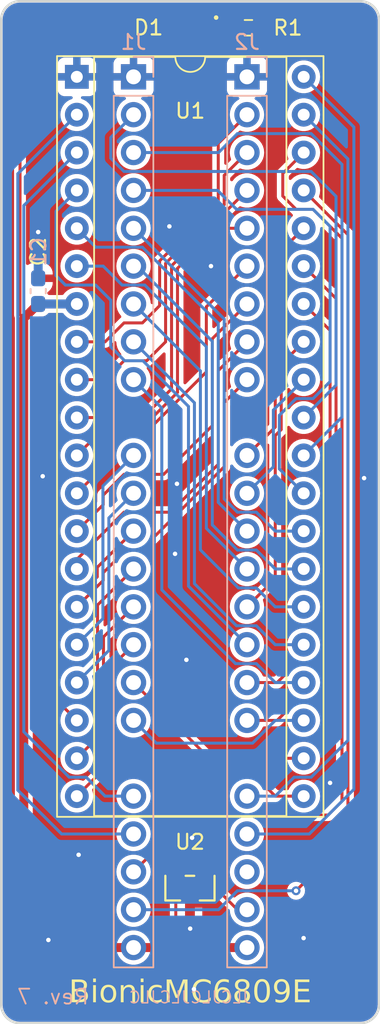
<source format=kicad_pcb>
(kicad_pcb (version 20240108) (generator "pcbnew") (generator_version "8.0")
  (title_block (title "BionicMC6809E") (date "2025-03-02") (rev "7") (company "Tadashi G. Takaoka"))
  (layers (0 "F.Cu" signal) (31 "B.Cu" signal) (34 "B.Paste" user) (35 "F.Paste" user) (36 "B.SilkS" user "B.Silkscreen") (37 "F.SilkS" user "F.Silkscreen") (38 "B.Mask" user) (39 "F.Mask" user) (44 "Edge.Cuts" user))
  (net 0 "")
  (net 1 "VCC")
  (net 2 "GND")
  (net 3 "/P53")
  (net 4 "/P26")
  (net 5 "Net-(D1-K)")
  (net 6 "/P27")
  (net 7 "/P47")
  (net 8 "/P46")
  (net 9 "/P25")
  (net 10 "/P24")
  (net 11 "/P23")
  (net 12 "/P22")
  (net 13 "/P21")
  (net 14 "/P20")
  (net 15 "/P34")
  (net 16 "/P35")
  (net 17 "/P17")
  (net 18 "/P36")
  (net 19 "/P16")
  (net 20 "/P15")
  (net 21 "/P40")
  (net 22 "/P14")
  (net 23 "/P41")
  (net 24 "/P13")
  (net 25 "/P42")
  (net 26 "/P12")
  (net 27 "/P11")
  (net 28 "/P44")
  (net 29 "/P10")
  (net 30 "/P45")
  (net 31 "/P33")
  (net 32 "/P32")
  (net 33 "/P31")
  (net 34 "/P30")
  (net 35 "/P51")
  (net 36 "/P55")
  (net 37 "/P43")
  (net 38 "/P37")
  (net 39 "/P52")
  (net 40 "/P54")
  (net 41 "/P50")
  (net 42 "Net-(J2-P57)")
  (footprint "Capacitor_SMD:C_0603_1608Metric_Pad1.08x0.95mm_HandSolder" (layer "F.Cu") (at 107.144801 84.6435 90)
    (property "Reference" "C2" (at 2.6405 0 90) (layer "F.SilkS"))
    (property "Value" "22u")
    (fp_line (start -0.146267 -0.51) (end 0.146267 -0.51) (stroke (width 0.12)) (layer "F.SilkS"))
    (fp_line (start -0.146267 0.51) (end 0.146267 0.51) (stroke (width 0.12)) (layer "F.SilkS"))
    (pad "1" smd roundrect (at -0.8625 0 90) (size 1.075 0.95) (layers "F.Cu" "F.Paste" "F.Mask") (net 1 "VCC"))
    (pad "2" smd roundrect (at 0.8625 0 90) (size 1.075 0.95) (layers "F.Cu" "F.Paste" "F.Mask") (net 2 "GND"))
  )
  (footprint "microchip:SOT-23_MC_MCH-M" (layer "F.Cu") (at 117.340402 124.699 180)
    (property "Reference" "U2" (at 0 3.098 0) (layer "F.SilkS"))
    (property "Value" "11AA010-I/TT")
    (fp_line (start 1.652 0.827) (end 1.652 -0.827) (stroke (width 0.1524)) (layer "F.SilkS"))
    (fp_line (start 1.652 -0.827) (end 0.66294 -0.827) (stroke (width 0.1524)) (layer "F.SilkS"))
    (fp_line (start -0.287061 0.827) (end 0.287061 0.827) (stroke (width 0.1524)) (layer "F.SilkS"))
    (fp_line (start -0.66294 -0.827) (end -1.652 -0.827) (stroke (width 0.1524)) (layer "F.SilkS"))
    (fp_line (start -1.652 -0.827) (end -1.652 0.827) (stroke (width 0.1524)) (layer "F.SilkS"))
    (pad "1" smd rect (at -0.950001 1.066 180) (size 0.6604 1.6256) (layers "F.Cu" "F.Paste" "F.Mask") (net 42 "Net-(J2-P57)"))
    (pad "2" smd rect (at 0.950001 1.066 180) (size 0.6604 1.6256) (layers "F.Cu" "F.Paste" "F.Mask") (net 1 "VCC"))
    (pad "3" smd rect (at 0 -1.066 180) (size 0.6604 1.6256) (layers "F.Cu" "F.Paste" "F.Mask") (net 2 "GND"))
  )
  (footprint "rhom:LED_CSL1901UW1_ROM-M" (layer "F.Cu") (at 117.4485 66.976 180)
    (property "Reference" "D1" (at 2.886899 0.012 0) (layer "F.SilkS"))
    (property "Value" "CSL1901UW1")
    (fp_circle (center -1.651 0.6858) (end -1.5748 0.6858) (stroke (width 0.1524)) (fill none) (layer "F.SilkS"))
    (pad "1" smd rect (at -0.8763 0 180) (size 0.9652 0.762) (layers "F.Cu" "F.Paste" "F.Mask") (net 5 "Net-(D1-K)"))
    (pad "2" smd rect (at 0.8763 0 180) (size 0.9652 0.762) (layers "F.Cu" "F.Paste" "F.Mask") (net 1 "VCC"))
    (zone (net 0) (net_name "") (layer "F.Cu") (connect_pads (clearance 0)) (min_thickness 0.254)
      (keepout (tracks not_allowed) (vias not_allowed) (pads allowed) (copperpour not_allowed) (footprints allowed))
      (fill (thermal_gap 0.508) (thermal_bridge_width 0.508))
      (polygon (pts (xy 117.7914 67.3316) (xy 117.1056 67.3316) (xy 117.1056 66.6204) (xy 117.7914 66.6204)))
    )
  )
  (footprint "Resistor_SMD:R_0603_1608Metric_Pad0.98x0.95mm_HandSolder" (layer "F.Cu") (at 121.2712 66.976)
    (property "Reference" "R1" (at 2.6435 0 0) (layer "F.SilkS"))
    (property "Value" "1.6k")
    (fp_line (start -0.254724 -0.5225) (end 0.254724 -0.5225) (stroke (width 0.12)) (layer "F.SilkS"))
    (fp_line (start -0.254724 0.5225) (end 0.254724 0.5225) (stroke (width 0.12)) (layer "F.SilkS"))
    (pad "1" smd roundrect (at -0.9125 0) (size 0.975 0.95) (layers "F.Cu" "F.Paste" "F.Mask") (net 5 "Net-(D1-K)"))
    (pad "2" smd roundrect (at 0.9125 0) (size 0.975 0.95) (layers "F.Cu" "F.Paste" "F.Mask") (net 2 "GND"))
  )
  (footprint "bionic:DIP-40_W15.24mm_Socket" (layer "F.Cu") (at 109.7416 70.266)
    (property "Reference" "U1" (at 7.614001 2.286 0) (layer "F.SilkS"))
    (property "Value" "MC6809EP")
    (fp_line (start -1.33 -1.39) (end -1.33 49.65) (stroke (width 0.12)) (layer "F.SilkS"))
    (fp_line (start -1.33 49.65) (end 16.57 49.65) (stroke (width 0.12)) (layer "F.SilkS"))
    (fp_line (start 1.16 -1.33) (end 1.16 49.59) (stroke (width 0.12)) (layer "F.SilkS"))
    (fp_line (start 1.16 49.59) (end 14.08 49.59) (stroke (width 0.12)) (layer "F.SilkS"))
    (fp_line (start 6.62 -1.33) (end 1.16 -1.33) (stroke (width 0.12)) (layer "F.SilkS"))
    (fp_line (start 14.08 -1.33) (end 8.62 -1.33) (stroke (width 0.12)) (layer "F.SilkS"))
    (fp_line (start 14.08 49.59) (end 14.08 -1.33) (stroke (width 0.12)) (layer "F.SilkS"))
    (fp_line (start 16.57 -1.39) (end -1.33 -1.39) (stroke (width 0.12)) (layer "F.SilkS"))
    (fp_line (start 16.57 49.65) (end 16.57 -1.39) (stroke (width 0.12)) (layer "F.SilkS"))
    (fp_arc (start 8.62 -1.33) (mid 7.62 -0.33) (end 6.62 -1.33) (stroke (width 0.12)) (layer "F.SilkS"))
    (pad "1" thru_hole rect (at 0 0) (size 1.6 1.6) (drill 0.8) (layers "*.Cu" "*.Mask") (net 2 "GND"))
    (pad "2" thru_hole oval (at 0 2.54) (size 1.6 1.6) (drill 0.8) (layers "*.Cu" "*.Mask") (net 35 "/P51"))
    (pad "3" thru_hole oval (at 0 5.08) (size 1.6 1.6) (drill 0.8) (layers "*.Cu" "*.Mask") (net 41 "/P50"))
    (pad "4" thru_hole oval (at 0 7.62) (size 1.6 1.6) (drill 0.8) (layers "*.Cu" "*.Mask") (net 30 "/P45"))
    (pad "5" thru_hole oval (at 0 10.16) (size 1.6 1.6) (drill 0.8) (layers "*.Cu" "*.Mask") (net 25 "/P42"))
    (pad "6" thru_hole oval (at 0 12.7) (size 1.6 1.6) (drill 0.8) (layers "*.Cu" "*.Mask") (net 37 "/P43"))
    (pad "7" thru_hole oval (at 0 15.24) (size 1.6 1.6) (drill 0.8) (layers "*.Cu" "*.Mask") (net 1 "VCC"))
    (pad "8" thru_hole oval (at 0 17.78) (size 1.6 1.6) (drill 0.8) (layers "*.Cu" "*.Mask") (net 14 "/P20"))
    (pad "9" thru_hole oval (at 0 20.32) (size 1.6 1.6) (drill 0.8) (layers "*.Cu" "*.Mask") (net 13 "/P21"))
    (pad "10" thru_hole oval (at 0 22.86) (size 1.6 1.6) (drill 0.8) (layers "*.Cu" "*.Mask") (net 12 "/P22"))
    (pad "11" thru_hole oval (at 0 25.4) (size 1.6 1.6) (drill 0.8) (layers "*.Cu" "*.Mask") (net 11 "/P23"))
    (pad "12" thru_hole oval (at 0 27.94) (size 1.6 1.6) (drill 0.8) (layers "*.Cu" "*.Mask") (net 10 "/P24"))
    (pad "13" thru_hole oval (at 0 30.48) (size 1.6 1.6) (drill 0.8) (layers "*.Cu" "*.Mask") (net 9 "/P25"))
    (pad "14" thru_hole oval (at 0 33.02) (size 1.6 1.6) (drill 0.8) (layers "*.Cu" "*.Mask") (net 4 "/P26"))
    (pad "15" thru_hole oval (at 0 35.56) (size 1.6 1.6) (drill 0.8) (layers "*.Cu" "*.Mask") (net 6 "/P27"))
    (pad "16" thru_hole oval (at 0 38.1) (size 1.6 1.6) (drill 0.8) (layers "*.Cu" "*.Mask") (net 34 "/P30"))
    (pad "17" thru_hole oval (at 0 40.64) (size 1.6 1.6) (drill 0.8) (layers "*.Cu" "*.Mask") (net 33 "/P31"))
    (pad "18" thru_hole oval (at 0 43.18) (size 1.6 1.6) (drill 0.8) (layers "*.Cu" "*.Mask") (net 32 "/P32"))
    (pad "19" thru_hole oval (at 0 45.72) (size 1.6 1.6) (drill 0.8) (layers "*.Cu" "*.Mask") (net 31 "/P33"))
    (pad "20" thru_hole oval (at 0 48.26) (size 1.6 1.6) (drill 0.8) (layers "*.Cu" "*.Mask") (net 15 "/P34"))
    (pad "21" thru_hole oval (at 15.24 48.26) (size 1.6 1.6) (drill 0.8) (layers "*.Cu" "*.Mask") (net 16 "/P35"))
    (pad "22" thru_hole oval (at 15.24 45.72) (size 1.6 1.6) (drill 0.8) (layers "*.Cu" "*.Mask") (net 18 "/P36"))
    (pad "23" thru_hole oval (at 15.24 43.18) (size 1.6 1.6) (drill 0.8) (layers "*.Cu" "*.Mask") (net 38 "/P37"))
    (pad "24" thru_hole oval (at 15.24 40.64) (size 1.6 1.6) (drill 0.8) (layers "*.Cu" "*.Mask") (net 17 "/P17"))
    (pad "25" thru_hole oval (at 15.24 38.1) (size 1.6 1.6) (drill 0.8) (layers "*.Cu" "*.Mask") (net 19 "/P16"))
    (pad "26" thru_hole oval (at 15.24 35.56) (size 1.6 1.6) (drill 0.8) (layers "*.Cu" "*.Mask") (net 20 "/P15"))
    (pad "27" thru_hole oval (at 15.24 33.02) (size 1.6 1.6) (drill 0.8) (layers "*.Cu" "*.Mask") (net 22 "/P14"))
    (pad "28" thru_hole oval (at 15.24 30.48) (size 1.6 1.6) (drill 0.8) (layers "*.Cu" "*.Mask") (net 24 "/P13"))
    (pad "29" thru_hole oval (at 15.24 27.94) (size 1.6 1.6) (drill 0.8) (layers "*.Cu" "*.Mask") (net 26 "/P12"))
    (pad "30" thru_hole oval (at 15.24 25.4) (size 1.6 1.6) (drill 0.8) (layers "*.Cu" "*.Mask") (net 27 "/P11"))
    (pad "31" thru_hole oval (at 15.24 22.86) (size 1.6 1.6) (drill 0.8) (layers "*.Cu" "*.Mask") (net 29 "/P10"))
    (pad "32" thru_hole oval (at 15.24 20.32) (size 1.6 1.6) (drill 0.8) (layers "*.Cu" "*.Mask") (net 23 "/P41"))
    (pad "33" thru_hole oval (at 15.24 17.78) (size 1.6 1.6) (drill 0.8) (layers "*.Cu" "*.Mask") (net 28 "/P44"))
    (pad "34" thru_hole oval (at 15.24 15.24) (size 1.6 1.6) (drill 0.8) (layers "*.Cu" "*.Mask") (net 8 "/P46"))
    (pad "35" thru_hole oval (at 15.24 12.7) (size 1.6 1.6) (drill 0.8) (layers "*.Cu" "*.Mask") (net 7 "/P47"))
    (pad "36" thru_hole oval (at 15.24 10.16) (size 1.6 1.6) (drill 0.8) (layers "*.Cu" "*.Mask") (net 21 "/P40"))
    (pad "37" thru_hole oval (at 15.24 7.62) (size 1.6 1.6) (drill 0.8) (layers "*.Cu" "*.Mask") (net 3 "/P53"))
    (pad "38" thru_hole oval (at 15.24 5.08) (size 1.6 1.6) (drill 0.8) (layers "*.Cu" "*.Mask") (net 39 "/P52"))
    (pad "39" thru_hole oval (at 15.24 2.54) (size 1.6 1.6) (drill 0.8) (layers "*.Cu" "*.Mask") (net 40 "/P54"))
    (pad "40" thru_hole oval (at 15.24 0) (size 1.6 1.6) (drill 0.8) (layers "*.Cu" "*.Mask") (net 36 "/P55"))
  )
  (footprint "bionic:Bionic-P135_THT" (layer "B.Cu") (at 113.5516 70.266 180)
    (property "Reference" "J1" (at 0 2.33 0) (layer "B.SilkS") (effects (justify mirror)))
    (property "Value" "Bionic-P135")
    (fp_line (start 1.33 -1.27) (end -1.33 -1.27) (stroke (width 0.12)) (layer "B.SilkS"))
    (fp_line (start 1.33 -59.75) (end 1.33 -1.27) (stroke (width 0.12)) (layer "B.SilkS"))
    (fp_line (start 1.33 -59.75) (end -1.33 -59.75) (stroke (width 0.12)) (layer "B.SilkS"))
    (fp_line (start 0 1.33) (end -1.33 1.33) (stroke (width 0.12)) (layer "B.SilkS"))
    (fp_line (start -1.33 1.33) (end -1.33 0) (stroke (width 0.12)) (layer "B.SilkS"))
    (fp_line (start -1.33 -59.75) (end -1.33 -1.27) (stroke (width 0.12)) (layer "B.SilkS"))
    (pad "1" thru_hole rect (at 0 0 180) (size 1.7 1.7) (drill 1) (layers "*.Cu" "*.Mask") (net 2 "GND"))
    (pad "2" thru_hole oval (at 0 -2.54 180) (size 1.7 1.7) (drill 1) (layers "*.Cu" "*.Mask") (net 29 "/P10"))
    (pad "3" thru_hole oval (at 0 -5.08 180) (size 1.7 1.7) (drill 1) (layers "*.Cu" "*.Mask") (net 27 "/P11"))
    (pad "4" thru_hole oval (at 0 -7.62 180) (size 1.7 1.7) (drill 1) (layers "*.Cu" "*.Mask") (net 26 "/P12"))
    (pad "5" thru_hole oval (at 0 -10.16 180) (size 1.7 1.7) (drill 1) (layers "*.Cu" "*.Mask") (net 24 "/P13"))
    (pad "6" thru_hole oval (at 0 -12.7 180) (size 1.7 1.7) (drill 1) (layers "*.Cu" "*.Mask") (net 22 "/P14"))
    (pad "7" thru_hole oval (at 0 -15.24 180) (size 1.7 1.7) (drill 1) (layers "*.Cu" "*.Mask") (net 20 "/P15"))
    (pad "8" thru_hole oval (at 0 -17.78 180) (size 1.7 1.7) (drill 1) (layers "*.Cu" "*.Mask") (net 19 "/P16"))
    (pad "9" thru_hole oval (at 0 -20.32 180) (size 1.7 1.7) (drill 1) (layers "*.Cu" "*.Mask") (net 17 "/P17"))
    (pad "11" thru_hole oval (at 0 -25.4 180) (size 1.7 1.7) (drill 1) (layers "*.Cu" "*.Mask") (net 34 "/P30"))
    (pad "12" thru_hole oval (at 0 -27.94 180) (size 1.7 1.7) (drill 1) (layers "*.Cu" "*.Mask") (net 33 "/P31"))
    (pad "13" thru_hole oval (at 0 -30.48 180) (size 1.7 1.7) (drill 1) (layers "*.Cu" "*.Mask") (net 32 "/P32"))
    (pad "14" thru_hole oval (at 0 -33.02 180) (size 1.7 1.7) (drill 1) (layers "*.Cu" "*.Mask") (net 31 "/P33"))
    (pad "15" thru_hole oval (at 0 -35.56 180) (size 1.7 1.7) (drill 1) (layers "*.Cu" "*.Mask") (net 15 "/P34"))
    (pad "16" thru_hole oval (at 0 -38.1 180) (size 1.7 1.7) (drill 1) (layers "*.Cu" "*.Mask") (net 16 "/P35"))
    (pad "17" thru_hole oval (at 0 -40.64 180) (size 1.7 1.7) (drill 1) (layers "*.Cu" "*.Mask") (net 18 "/P36"))
    (pad "18" thru_hole oval (at 0 -43.18 180) (size 1.7 1.7) (drill 1) (layers "*.Cu" "*.Mask") (net 38 "/P37"))
    (pad "20" thru_hole oval (at 0 -48.26 180) (size 1.7 1.7) (drill 1) (layers "*.Cu" "*.Mask") (net 41 "/P50"))
    (pad "21" thru_hole oval (at 0 -50.8 180) (size 1.7 1.7) (drill 1) (layers "*.Cu" "*.Mask") (net 35 "/P51"))
    (pad "22" thru_hole oval (at 0 -53.34 180) (size 1.7 1.7) (drill 1) (layers "*.Cu" "*.Mask") (net 39 "/P52"))
    (pad "23" thru_hole oval (at 0 -55.88 180) (size 1.7 1.7) (drill 1) (layers "*.Cu" "*.Mask") (net 3 "/P53"))
    (pad "24" thru_hole oval (at 0 -58.42 180) (size 1.7 1.7) (drill 1) (layers "*.Cu" "*.Mask") (net 1 "VCC"))
  )
  (footprint "bionic:Bionic-P245_THT" (layer "B.Cu") (at 121.1716 70.266 180)
    (property "Reference" "J2" (at 0 2.33 0) (layer "B.SilkS") (effects (justify mirror)))
    (property "Value" "Bionic-P245")
    (fp_line (start 1.33 -1.27) (end -1.33 -1.27) (stroke (width 0.12)) (layer "B.SilkS"))
    (fp_line (start 1.33 -59.75) (end 1.33 -1.27) (stroke (width 0.12)) (layer "B.SilkS"))
    (fp_line (start 1.33 -59.75) (end -1.33 -59.75) (stroke (width 0.12)) (layer "B.SilkS"))
    (fp_line (start 0 1.33) (end -1.33 1.33) (stroke (width 0.12)) (layer "B.SilkS"))
    (fp_line (start -1.33 1.33) (end -1.33 0) (stroke (width 0.12)) (layer "B.SilkS"))
    (fp_line (start -1.33 -59.75) (end -1.33 -1.27) (stroke (width 0.12)) (layer "B.SilkS"))
    (pad "25" thru_hole oval (at 0 -58.42 180) (size 1.7 1.7) (drill 1) (layers "*.Cu" "*.Mask") (net 1 "VCC"))
    (pad "26" thru_hole oval (at 0 -55.88 180) (size 1.7 1.7) (drill 1) (layers "*.Cu" "*.Mask") (net 42 "Net-(J2-P57)"))
    (pad "27" thru_hole oval (at 0 -53.34 180) (size 1.7 1.7) (drill 1) (layers "*.Cu" "*.Mask"))
    (pad "28" thru_hole oval (at 0 -50.8 180) (size 1.7 1.7) (drill 1) (layers "*.Cu" "*.Mask") (net 36 "/P55"))
    (pad "29" thru_hole oval (at 0 -48.26 180) (size 1.7 1.7) (drill 1) (layers "*.Cu" "*.Mask") (net 40 "/P54"))
    (pad "31" thru_hole oval (at 0 -43.18 180) (size 1.7 1.7) (drill 1) (layers "*.Cu" "*.Mask") (net 7 "/P47"))
    (pad "32" thru_hole oval (at 0 -40.64 180) (size 1.7 1.7) (drill 1) (layers "*.Cu" "*.Mask") (net 8 "/P46"))
    (pad "33" thru_hole oval (at 0 -38.1 180) (size 1.7 1.7) (drill 1) (layers "*.Cu" "*.Mask") (net 30 "/P45"))
    (pad "34" thru_hole oval (at 0 -35.56 180) (size 1.7 1.7) (drill 1) (layers "*.Cu" "*.Mask") (net 28 "/P44"))
    (pad "35" thru_hole oval (at 0 -33.02 180) (size 1.7 1.7) (drill 1) (layers "*.Cu" "*.Mask") (net 37 "/P43"))
    (pad "36" thru_hole oval (at 0 -30.48 180) (size 1.7 1.7) (drill 1) (layers "*.Cu" "*.Mask") (net 25 "/P42"))
    (pad "37" thru_hole oval (at 0 -27.94 180) (size 1.7 1.7) (drill 1) (layers "*.Cu" "*.Mask") (net 23 "/P41"))
    (pad "38" thru_hole oval (at 0 -25.4 180) (size 1.7 1.7) (drill 1) (layers "*.Cu" "*.Mask") (net 21 "/P40"))
    (pad "40" thru_hole oval (at 0 -20.32 180) (size 1.7 1.7) (drill 1) (layers "*.Cu" "*.Mask") (net 6 "/P27"))
    (pad "41" thru_hole oval (at 0 -17.78 180) (size 1.7 1.7) (drill 1) (layers "*.Cu" "*.Mask") (net 4 "/P26"))
    (pad "42" thru_hole oval (at 0 -15.24 180) (size 1.7 1.7) (drill 1) (layers "*.Cu" "*.Mask") (net 9 "/P25"))
    (pad "43" thru_hole oval (at 0 -12.7 180) (size 1.7 1.7) (drill 1) (layers "*.Cu" "*.Mask") (net 10 "/P24"))
    (pad "44" thru_hole oval (at 0 -10.16 180) (size 1.7 1.7) (drill 1) (layers "*.Cu" "*.Mask") (net 11 "/P23"))
    (pad "45" thru_hole oval (at 0 -7.62 180) (size 1.7 1.7) (drill 1) (layers "*.Cu" "*.Mask") (net 12 "/P22"))
    (pad "46" thru_hole oval (at 0 -5.08 180) (size 1.7 1.7) (drill 1) (layers "*.Cu" "*.Mask") (net 13 "/P21"))
    (pad "47" thru_hole oval (at 0 -2.54 180) (size 1.7 1.7) (drill 1) (layers "*.Cu" "*.Mask") (net 14 "/P20"))
    (pad "48" thru_hole rect (at 0 0 180) (size 1.7 1.7) (drill 1) (layers "*.Cu" "*.Mask") (net 2 "GND"))
  )
  (footprint "Capacitor_SMD:C_0603_1608Metric_Pad1.08x0.95mm_HandSolder" (layer "B.Cu") (at 107.144801 84.6435 90)
    (property "Reference" "C1" (at 2.6405 0.03 90) (layer "B.SilkS") (effects (justify mirror)))
    (property "Value" "0.1u")
    (fp_line (start 0.146267 -0.51) (end -0.146267 -0.51) (stroke (width 0.12)) (layer "B.SilkS"))
    (fp_line (start 0.146267 0.51) (end -0.146267 0.51) (stroke (width 0.12)) (layer "B.SilkS"))
    (pad "1" smd roundrect (at -0.8625 0 90) (size 1.075 0.95) (layers "B.Cu" "B.Paste" "B.Mask") (net 1 "VCC"))
    (pad "2" smd roundrect (at 0.8625 0 90) (size 1.075 0.95) (layers "B.Cu" "B.Paste" "B.Mask") (net 2 "GND"))
  )
  (gr_arc (start 130.055601 132.496) (mid 129.683627 133.394026) (end 128.785601 133.766) (stroke (width 0.15)) (layer "Edge.Cuts"))
  (gr_arc (start 105.925601 133.766) (mid 105.027575 133.394026) (end 104.655601 132.496) (stroke (width 0.15)) (layer "Edge.Cuts"))
  (gr_arc (start 104.655601 66.456) (mid 105.027575 65.557974) (end 105.925601 65.186) (stroke (width 0.15)) (layer "Edge.Cuts"))
  (gr_line (start 130.055601 132.496) (end 130.055601 66.456) (stroke (width 0.15)) (layer "Edge.Cuts"))
  (gr_line (start 128.785601 65.186) (end 105.925601 65.186) (stroke (width 0.15)) (layer "Edge.Cuts"))
  (gr_line (start 105.925601 133.766) (end 128.785601 133.766) (stroke (width 0.15)) (layer "Edge.Cuts"))
  (gr_line (start 104.655601 66.456) (end 104.655601 132.496) (stroke (width 0.15)) (layer "Edge.Cuts"))
  (gr_arc (start 128.785601 65.186) (mid 129.683626 65.557975) (end 130.055601 66.456) (stroke (width 0.15)) (layer "Edge.Cuts"))
  (gr_text "JLCJLCJLCJLC" (at 117.355601 132.496 0) (layer "B.SilkS") (effects (font (size 0.8 0.8)) (justify bottom mirror)))
  (gr_text "Rev. 7" (at 110.624601 131.988 0) (layer "B.SilkS") (effects (font (size 1 1)) (justify left mirror)))
  (gr_text "BionicMC6809E" (at 117.355601 131.734 0) (layer "F.SilkS") (effects (font (size 1.5 1.5))))
  (segment (start 105.925601 86.2172) (end 106.179601 86.4712) (width 0.2) (layer "F.Cu") (net 1))
  (segment (start 107.144801 85.506) (end 106.179601 86.4712) (width 0.6) (layer "F.Cu") (net 1))
  (segment (start 106.179601 122.59) (end 112.275601 128.686) (width 0.6) (layer "F.Cu") (net 1))
  (segment (start 108.326601 66.976) (end 105.925601 69.377) (width 0.2) (layer "F.Cu") (net 1))
  (segment (start 112.275601 128.686) (end 113.5516 128.686) (width 0.6) (layer "F.Cu") (net 1))
  (segment (start 105.925601 69.377) (end 105.925601 86.2172) (width 0.2) (layer "F.Cu") (net 1))
  (segment (start 107.1887 85.506) (end 107.0472 85.3645) (width 0.2) (layer "F.Cu") (net 1))
  (segment (start 109.7416 85.506) (end 107.144801 85.506) (width 0.6) (layer "F.Cu") (net 1))
  (segment (start 116.390401 123.633) (end 116.390401 128.686) (width 0.2) (layer "F.Cu") (net 1))
  (segment (start 106.179601 86.4712) (end 106.179601 122.59) (width 0.6) (layer "F.Cu") (net 1))
  (segment (start 116.390401 128.686) (end 113.5516 128.686) (width 0.6) (layer "F.Cu") (net 1))
  (segment (start 121.1716 128.686) (end 116.390401 128.686) (width 0.6) (layer "F.Cu") (net 1))
  (segment (start 116.5722 66.976) (end 108.326601 66.976) (width 0.2) (layer "F.Cu") (net 1))
  (segment (start 107.145901 85.506) (end 107.144801 85.5049) (width 0.8) (layer "B.Cu") (net 1))
  (segment (start 109.7416 85.506) (end 107.145901 85.506) (width 0.6) (layer "B.Cu") (net 1))
  (via (at 107.144801 80.68) (size 0.6) (drill 0.3) (layers "F.Cu" "B.Cu") (net 2))
  (via (at 118.752601 82.966) (size 0.6) (drill 0.3) (layers "F.Cu" "B.Cu") (net 2))
  (via (at 117.355601 127.416) (size 0.6) (drill 0.3) (layers "F.Cu" "B.Cu") (net 2))
  (via (at 126.753601 117.637) (size 0.6) (drill 0.3) (layers "F.Cu" "B.Cu") (net 2))
  (via (at 117.101601 109.382) (size 0.6) (drill 0.3) (layers "F.Cu" "B.Cu") (net 2))
  (via (at 107.449601 97.063) (size 0.6) (drill 0.3) (layers "F.Cu" "B.Cu") (net 2))
  (via (at 117.609601 131.48) (size 0.6) (drill 0.3) (layers "F.Cu" "B.Cu") (net 2))
  (via (at 116.466601 97.571) (size 0.6) (drill 0.3) (layers "F.Cu" "B.Cu") (net 2))
  (via (at 109.862601 122.463) (size 0.6) (drill 0.3) (layers "F.Cu" "B.Cu") (net 2))
  (via (at 107.830601 128.178) (size 0.6) (drill 0.3) (layers "F.Cu" "B.Cu") (net 2))
  (via (at 129.039601 97.19) (size 0.6) (drill 0.3) (layers "F.Cu" "B.Cu") (net 2))
  (via (at 116.339601 102.27) (size 0.6) (drill 0.3) (layers "F.Cu" "B.Cu") (net 2))
  (via (at 124.975601 128.051) (size 0.6) (drill 0.3) (layers "F.Cu" "B.Cu") (net 2))
  (via (at 115.958601 80.299) (size 0.6) (drill 0.3) (layers "F.Cu" "B.Cu") (net 2))
  (via (at 117.482601 121.32) (size 0.6) (drill 0.3) (layers "F.Cu" "B.Cu") (net 2))
  (segment (start 107.144801 83.7799) (end 107.144801 80.68) (width 0.6) (layer "B.Cu") (net 2))
  (segment (start 127.953601 80.858001) (end 124.9816 77.886) (width 0.2) (layer "F.Cu") (net 3))
  (segment (start 124.467601 124.876) (end 127.953601 121.39) (width 0.2) (layer "F.Cu") (net 3))
  (segment (start 127.953601 121.39) (end 127.953601 80.858001) (width 0.2) (layer "F.Cu") (net 3))
  (via (at 124.467601 124.876) (size 0.6) (drill 0.3) (layers "F.Cu" "B.Cu") (net 3))
  (segment (start 120.530601 124.876) (end 119.260601 126.146) (width 0.2) (layer "B.Cu") (net 3))
  (segment (start 124.467601 124.876) (end 120.530601 124.876) (width 0.2) (layer "B.Cu") (net 3))
  (segment (start 119.260601 126.146) (end 113.5516 126.146) (width 0.2) (layer "B.Cu") (net 3))
  (segment (start 112.910601 99.476) (end 109.7416 102.645001) (width 0.2) (layer "F.Cu") (net 4))
  (segment (start 109.7416 102.645001) (end 109.7416 103.286) (width 0.2) (layer "F.Cu") (net 4))
  (segment (start 116.027915 99.476) (end 112.910601 99.476) (width 0.2) (layer "F.Cu") (net 4))
  (segment (start 119.241601 96.262314) (end 116.027915 99.476) (width 0.2) (layer "F.Cu") (net 4))
  (segment (start 119.241601 89.975999) (end 119.241601 96.262314) (width 0.2) (layer "F.Cu") (net 4))
  (segment (start 121.1716 88.046) (end 119.241601 89.975999) (width 0.2) (layer "F.Cu") (net 4))
  (segment (start 120.3587 66.976) (end 118.3248 66.976) (width 0.2) (layer "F.Cu") (net 5))
  (segment (start 109.7416 105.826) (end 111.513601 104.053999) (width 0.2) (layer "F.Cu") (net 6))
  (segment (start 119.641601 96.428) (end 119.641601 92.115999) (width 0.2) (layer "F.Cu") (net 6))
  (segment (start 119.641601 92.115999) (end 121.1716 90.586) (width 0.2) (layer "F.Cu") (net 6))
  (segment (start 113.037601 102.016) (end 114.053601 102.016) (width 0.2) (layer "F.Cu") (net 6))
  (segment (start 114.053601 102.016) (end 119.641601 96.428) (width 0.2) (layer "F.Cu") (net 6))
  (segment (start 111.513601 103.54) (end 113.037601 102.016) (width 0.2) (layer "F.Cu") (net 6))
  (segment (start 111.513601 104.053999) (end 111.513601 103.54) (width 0.2) (layer "F.Cu") (net 6))
  (segment (start 121.1716 113.446) (end 123.197601 113.446) (width 0.2) (layer "F.Cu") (net 7))
  (segment (start 127.153601 110.629634) (end 127.153601 85.138001) (width 0.2) (layer "F.Cu") (net 7))
  (segment (start 125.607235 112.176) (end 127.153601 110.629634) (width 0.2) (layer "F.Cu") (net 7))
  (segment (start 124.467601 112.176) (end 125.607235 112.176) (width 0.2) (layer "F.Cu") (net 7))
  (segment (start 123.197601 113.446) (end 124.467601 112.176) (width 0.2) (layer "F.Cu") (net 7))
  (segment (start 127.153601 85.138001) (end 124.9816 82.966) (width 0.2) (layer "F.Cu") (net 7))
  (segment (start 124.467601 109.636) (end 125.582101 109.636) (width 0.2) (layer "F.Cu") (net 8))
  (segment (start 121.1716 110.906) (end 123.197601 110.906) (width 0.2) (layer "F.Cu") (net 8))
  (segment (start 125.582101 109.636) (end 126.753601 108.4645) (width 0.2) (layer "F.Cu") (net 8))
  (segment (start 123.197601 110.906) (end 124.467601 109.636) (width 0.2) (layer "F.Cu") (net 8))
  (segment (start 126.753601 87.278001) (end 124.9816 85.506) (width 0.2) (layer "F.Cu") (net 8))
  (segment (start 126.753601 108.4645) (end 126.753601 87.278001) (width 0.2) (layer "F.Cu") (net 8))
  (segment (start 118.841601 87.835999) (end 118.841601 93.672) (width 0.2) (layer "F.Cu") (net 9))
  (segment (start 115.577601 96.936) (end 112.910601 96.936) (width 0.2) (layer "F.Cu") (net 9))
  (segment (start 112.910601 96.936) (end 111.513601 98.333) (width 0.2) (layer "F.Cu") (net 9))
  (segment (start 111.513601 98.973999) (end 109.7416 100.746) (width 0.2) (layer "F.Cu") (net 9))
  (segment (start 111.513601 98.333) (end 111.513601 98.973999) (width 0.2) (layer "F.Cu") (net 9))
  (segment (start 118.841601 93.672) (end 115.577601 96.936) (width 0.2) (layer "F.Cu") (net 9))
  (segment (start 121.1716 85.506) (end 118.841601 87.835999) (width 0.2) (layer "F.Cu") (net 9))
  (segment (start 118.441601 90.065686) (end 114.219287 94.288) (width 0.2) (layer "F.Cu") (net 10))
  (segment (start 111.513601 96.433999) (end 109.7416 98.206) (width 0.2) (layer "F.Cu") (net 10))
  (segment (start 111.513601 95.449634) (end 111.513601 96.433999) (width 0.2) (layer "F.Cu") (net 10))
  (segment (start 112.675235 94.288) (end 111.513601 95.449634) (width 0.2) (layer "F.Cu") (net 10))
  (segment (start 121.1716 82.966) (end 118.441601 85.695999) (width 0.2) (layer "F.Cu") (net 10))
  (segment (start 118.441601 85.695999) (end 118.441601 90.065686) (width 0.2) (layer "F.Cu") (net 10))
  (segment (start 114.219287 94.288) (end 112.675235 94.288) (width 0.2) (layer "F.Cu") (net 10))
  (segment (start 121.1716 80.426) (end 119.191287 80.426) (width 0.2) (layer "F.Cu") (net 11))
  (segment (start 111.8816 93.526) (end 109.7416 95.666) (width 0.2) (layer "F.Cu") (net 11))
  (segment (start 114.415601 93.526) (end 111.8816 93.526) (width 0.2) (layer "F.Cu") (net 11))
  (segment (start 119.191287 80.426) (end 116.504601 83.112686) (width 0.2) (layer "F.Cu") (net 11))
  (segment (start 116.504601 91.437) (end 114.415601 93.526) (width 0.2) (layer "F.Cu") (net 11))
  (segment (start 116.504601 83.112686) (end 116.504601 91.437) (width 0.2) (layer "F.Cu") (net 11))
  (segment (start 114.180601 93.126) (end 109.7416 93.126) (width 0.2) (layer "F.Cu") (net 12))
  (segment (start 121.1716 77.886) (end 121.165601 77.886) (width 0.2) (layer "F.Cu") (net 12))
  (segment (start 116.104601 91.202) (end 114.180601 93.126) (width 0.2) (layer "F.Cu") (net 12))
  (segment (start 121.165601 77.886) (end 116.104601 82.947) (width 0.2) (layer "F.Cu") (net 12))
  (segment (start 116.104601 82.947) (end 116.104601 91.202) (width 0.2) (layer "F.Cu") (net 12))
  (segment (start 115.704601 88.046) (end 114.434601 89.316) (width 0.2) (layer "F.Cu") (net 13))
  (segment (start 111.640601 90.586) (end 109.7416 90.586) (width 0.2) (layer "F.Cu") (net 13))
  (segment (start 119.641601 78.844315) (end 115.704601 82.781315) (width 0.2) (layer "F.Cu") (net 13))
  (segment (start 121.1716 75.346) (end 119.641601 76.875999) (width 0.2) (layer "F.Cu") (net 13))
  (segment (start 119.641601 76.875999) (end 119.641601 78.844315) (width 0.2) (layer "F.Cu") (net 13))
  (segment (start 112.910601 89.316) (end 111.640601 90.586) (width 0.2) (layer "F.Cu") (net 13))
  (segment (start 114.434601 89.316) (end 112.910601 89.316) (width 0.2) (layer "F.Cu") (net 13))
  (segment (start 115.704601 82.781315) (end 115.704601 88.046) (width 0.2) (layer "F.Cu") (net 13))
  (segment (start 111.640601 88.046) (end 109.7416 88.046) (width 0.2) (layer "F.Cu") (net 14))
  (segment (start 114.147946 86.776) (end 112.910601 86.776) (width 0.2) (layer "F.Cu") (net 14))
  (segment (start 115.304601 85.619345) (end 114.147946 86.776) (width 0.2) (layer "F.Cu") (net 14))
  (segment (start 115.304601 82.615629) (end 115.304601 85.619345) (width 0.2) (layer "F.Cu") (net 14))
  (segment (start 119.241601 78.678629) (end 115.304601 82.615629) (width 0.2) (layer "F.Cu") (net 14))
  (segment (start 121.1716 72.806) (end 119.241601 74.735999) (width 0.2) (layer "F.Cu") (net 14))
  (segment (start 119.241601 74.735999) (end 119.241601 78.678629) (width 0.2) (layer "F.Cu") (net 14))
  (segment (start 112.910601 86.776) (end 111.640601 88.046) (width 0.2) (layer "F.Cu") (net 14))
  (segment (start 113.5516 105.826) (end 111.532601 107.844999) (width 0.2) (layer "F.Cu") (net 15))
  (segment (start 111.532601 116.734999) (end 109.7416 118.526) (width 0.2) (layer "F.Cu") (net 15))
  (segment (start 111.532601 107.844999) (end 111.532601 116.734999) (width 0.2) (layer "F.Cu") (net 15))
  (segment (start 123.070601 118.526) (end 121.800601 117.256) (width 0.2) (layer "F.Cu") (net 16))
  (segment (start 111.932601 113.738) (end 111.932601 109.984999) (width 0.2) (layer "F.Cu") (net 16))
  (segment (start 124.9816 118.526) (end 123.070601 118.526) (width 0.2) (layer "F.Cu") (net 16))
  (segment (start 121.800601 117.256) (end 115.450601 117.256) (width 0.2) (layer "F.Cu") (net 16))
  (segment (start 115.450601 117.256) (end 111.932601 113.738) (width 0.2) (layer "F.Cu") (net 16))
  (segment (start 111.932601 109.984999) (end 113.5516 108.366) (width 0.2) (layer "F.Cu") (net 16))
  (segment (start 115.450601 92.491) (end 113.5516 90.591999) (width 0.2) (layer "B.Cu") (net 17))
  (segment (start 121.800601 109.636) (end 120.403601 109.636) (width 0.2) (layer "B.Cu") (net 17))
  (segment (start 120.403601 109.636) (end 115.450601 104.683) (width 0.2) (layer "B.Cu") (net 17))
  (segment (start 124.9816 110.906) (end 123.070601 110.906) (width 0.2) (layer "B.Cu") (net 17))
  (segment (start 123.070601 110.906) (end 121.800601 109.636) (width 0.2) (layer "B.Cu") (net 17))
  (segment (start 115.450601 104.683) (end 115.450601 92.491) (width 0.2) (layer "B.Cu") (net 17))
  (segment (start 113.5516 90.591999) (end 113.5516 90.586) (width 0.2) (layer "B.Cu") (net 17))
  (segment (start 113.5516 110.906) (end 118.6316 115.986) (width 0.2) (layer "F.Cu") (net 18))
  (segment (start 118.6316 115.986) (end 124.9816 115.986) (width 0.2) (layer "F.Cu") (net 18))
  (segment (start 120.467286 107.096) (end 117.641601 104.270315) (width 0.2) (layer "B.Cu") (net 19))
  (segment (start 124.9816 108.366) (end 123.070601 108.366) (width 0.2) (layer "B.Cu") (net 19))
  (segment (start 121.800601 107.096) (end 120.467286 107.096) (width 0.2) (layer "B.Cu") (net 19))
  (segment (start 117.641601 92.136001) (end 113.5516 88.046) (width 0.2) (layer "B.Cu") (net 19))
  (segment (start 123.070601 108.366) (end 121.800601 107.096) (width 0.2) (layer "B.Cu") (net 19))
  (segment (start 117.641601 104.270315) (end 117.641601 92.136001) (width 0.2) (layer "B.Cu") (net 19))
  (segment (start 118.041601 102.0035) (end 120.594101 104.556) (width 0.2) (layer "B.Cu") (net 20))
  (segment (start 120.594101 104.556) (end 121.800601 104.556) (width 0.2) (layer "B.Cu") (net 20))
  (segment (start 123.070601 105.826) (end 124.9816 105.826) (width 0.2) (layer "B.Cu") (net 20))
  (segment (start 113.5516 85.506) (end 118.041601 89.996001) (width 0.2) (layer "B.Cu") (net 20))
  (segment (start 121.800601 104.556) (end 123.070601 105.826) (width 0.2) (layer "B.Cu") (net 20))
  (segment (start 118.041601 89.996001) (end 118.041601 102.0035) (width 0.2) (layer "B.Cu") (net 20))
  (segment (start 124.9816 80.426) (end 123.070601 82.336999) (width 0.2) (layer "F.Cu") (net 21))
  (segment (start 123.070601 93.766999) (end 121.1716 95.666) (width 0.2) (layer "F.Cu") (net 21))
  (segment (start 123.070601 82.336999) (end 123.070601 93.766999) (width 0.2) (layer "F.Cu") (net 21))
  (segment (start 118.841601 100.327) (end 120.530601 102.016) (width 0.2) (layer "B.Cu") (net 22))
  (segment (start 113.5516 82.966) (end 113.799601 82.966) (width 0.2) (layer "B.Cu") (net 22))
  (segment (start 113.799601 82.966) (end 118.841601 88.008) (width 0.2) (layer "B.Cu") (net 22))
  (segment (start 118.841601 88.008) (end 118.841601 100.327) (width 0.2) (layer "B.Cu") (net 22))
  (segment (start 121.800601 102.016) (end 123.070601 103.286) (width 0.2) (layer "B.Cu") (net 22))
  (segment (start 123.070601 103.286) (end 124.9816 103.286) (width 0.2) (layer "B.Cu") (net 22))
  (segment (start 120.530601 102.016) (end 121.800601 102.016) (width 0.2) (layer "B.Cu") (net 22))
  (segment (start 122.943601 92.623999) (end 122.943601 96.433999) (width 0.2) (layer "B.Cu") (net 23))
  (segment (start 124.9816 90.586) (end 122.943601 92.623999) (width 0.2) (layer "B.Cu") (net 23))
  (segment (start 122.943601 96.433999) (end 121.1716 98.206) (width 0.2) (layer "B.Cu") (net 23))
  (segment (start 119.641601 98.587) (end 120.530601 99.476) (width 0.2) (layer "B.Cu") (net 24))
  (segment (start 123.070601 100.746) (end 124.9816 100.746) (width 0.2) (layer "B.Cu") (net 24))
  (segment (start 113.5516 80.426) (end 119.641601 86.516001) (width 0.2) (layer "B.Cu") (net 24))
  (segment (start 121.800601 99.476) (end 123.070601 100.746) (width 0.2) (layer "B.Cu") (net 24))
  (segment (start 119.641601 86.516001) (end 119.641601 98.587) (width 0.2) (layer "B.Cu") (net 24))
  (segment (start 120.530601 99.476) (end 121.800601 99.476) (width 0.2) (layer "B.Cu") (net 24))
  (segment (start 119.241601 86.789655) (end 119.241601 98.816001) (width 0.2) (layer "B.Cu") (net 25))
  (segment (start 119.241601 98.816001) (end 121.1716 100.746) (width 0.2) (layer "B.Cu") (net 25))
  (segment (start 111.0116 81.696) (end 114.147946 81.696) (width 0.2) (layer "B.Cu") (net 25))
  (segment (start 109.7416 80.426) (end 111.0116 81.696) (width 0.2) (layer "B.Cu") (net 25))
  (segment (start 114.147946 81.696) (end 119.241601 86.789655) (width 0.2) (layer "B.Cu") (net 25))
  (segment (start 125.610601 79.156) (end 120.470101 79.156) (width 0.2) (layer "B.Cu") (net 26))
  (segment (start 123.343601 96.568001) (end 123.343601 92.98) (width 0.2) (layer "B.Cu") (net 26))
  (segment (start 124.9816 98.206) (end 123.343601 96.568001) (width 0.2) (layer "B.Cu") (net 26))
  (segment (start 119.200101 77.886) (end 113.5516 77.886) (width 0.2) (layer "B.Cu") (net 26))
  (segment (start 126.753601 90.713) (end 126.753601 80.299) (width 0.2) (layer "B.Cu") (net 26))
  (segment (start 124.467601 91.856) (end 125.610601 91.856) (width 0.2) (layer "B.Cu") (net 26))
  (segment (start 123.343601 92.98) (end 124.467601 91.856) (width 0.2) (layer "B.Cu") (net 26))
  (segment (start 125.610601 91.856) (end 126.753601 90.713) (width 0.2) (layer "B.Cu") (net 26))
  (segment (start 120.470101 79.156) (end 119.200101 77.886) (width 0.2) (layer "B.Cu") (net 26))
  (segment (start 126.753601 80.299) (end 125.610601 79.156) (width 0.2) (layer "B.Cu") (net 26))
  (segment (start 119.260601 75.346) (end 120.530601 74.076) (width 0.2) (layer "B.Cu") (net 27))
  (segment (start 127.553601 76.146) (end 127.553601 93.093999) (width 0.2) (layer "B.Cu") (net 27))
  (segment (start 127.553601 93.093999) (end 124.9816 95.666) (width 0.2) (layer "B.Cu") (net 27))
  (segment (start 113.5516 75.346) (end 119.260601 75.346) (width 0.2) (layer "B.Cu") (net 27))
  (segment (start 125.483601 74.076) (end 127.553601 76.146) (width 0.2) (layer "B.Cu") (net 27))
  (segment (start 120.530601 74.076) (end 125.483601 74.076) (width 0.2) (layer "B.Cu") (net 27))
  (segment (start 124.9816 88.046) (end 123.470601 89.556999) (width 0.2) (layer "F.Cu") (net 28))
  (segment (start 123.070601 103.926999) (end 121.1716 105.826) (width 0.2) (layer "F.Cu") (net 28))
  (segment (start 123.470601 93.932685) (end 123.070601 94.332685) (width 0.2) (layer "F.Cu") (net 28))
  (segment (start 123.070601 94.332685) (end 123.070601 103.926999) (width 0.2) (layer "F.Cu") (net 28))
  (segment (start 123.470601 89.556999) (end 123.470601 93.932685) (width 0.2) (layer "F.Cu") (net 28))
  (segment (start 125.483601 76.616) (end 127.153601 78.286) (width 0.2) (layer "B.Cu") (net 29))
  (segment (start 112.910601 76.616) (end 125.483601 76.616) (width 0.2) (layer "B.Cu") (net 29))
  (segment (start 112.021601 75.727) (end 112.910601 76.616) (width 0.2) (layer "B.Cu") (net 29))
  (segment (start 127.153601 90.953999) (end 124.9816 93.126) (width 0.2) (layer "B.Cu") (net 29))
  (segment (start 112.021601 74.335999) (end 112.021601 75.727) (width 0.2) (layer "B.Cu") (net 29))
  (segment (start 127.153601 78.286) (end 127.153601 90.953999) (width 0.2) (layer "B.Cu") (net 29))
  (segment (start 113.5516 72.806) (end 112.021601 74.335999) (width 0.2) (layer "B.Cu") (net 29))
  (segment (start 109.7416 77.886) (end 108.338601 79.288999) (width 0.2) (layer "B.Cu") (net 30))
  (segment (start 117.241601 92.377) (end 117.241601 104.436001) (width 0.2) (layer "B.Cu") (net 30))
  (segment (start 108.338601 79.288999) (end 108.338601 83.601) (width 0.2) (layer "B.Cu") (net 30))
  (segment (start 111.005601 84.236) (end 112.021601 85.252) (width 0.2) (layer "B.Cu") (net 30))
  (segment (start 114.180601 89.316) (end 117.241601 92.377) (width 0.2) (layer "B.Cu") (net 30))
  (segment (start 112.021601 88.382347) (end 112.955254 89.316) (width 0.2) (layer "B.Cu") (net 30))
  (segment (start 108.973601 84.236) (end 111.005601 84.236) (width 0.2) (layer "B.Cu") (net 30))
  (segment (start 117.241601 104.436001) (end 121.1716 108.366) (width 0.2) (layer "B.Cu") (net 30))
  (segment (start 108.338601 83.601) (end 108.973601 84.236) (width 0.2) (layer "B.Cu") (net 30))
  (segment (start 112.021601 85.252) (end 112.021601 88.382347) (width 0.2) (layer "B.Cu") (net 30))
  (segment (start 112.955254 89.316) (end 114.180601 89.316) (width 0.2) (layer "B.Cu") (net 30))
  (segment (start 113.5516 103.286) (end 111.132601 105.704999) (width 0.2) (layer "F.Cu") (net 31))
  (segment (start 111.132601 114.594999) (end 109.7416 115.986) (width 0.2) (layer "F.Cu") (net 31))
  (segment (start 111.132601 105.704999) (end 111.132601 114.594999) (width 0.2) (layer "F.Cu") (net 31))
  (segment (start 108.211601 105.572) (end 108.211601 111.916001) (width 0.2) (layer "F.Cu") (net 32))
  (segment (start 111.113601 103.813) (end 110.370601 104.556) (width 0.2) (layer "F.Cu") (net 32))
  (segment (start 113.5516 100.746) (end 113.545601 100.746) (width 0.2) (layer "F.Cu") (net 32))
  (segment (start 108.211601 111.916001) (end 109.7416 113.446) (width 0.2) (layer "F.Cu") (net 32))
  (segment (start 111.113601 103.178) (end 111.113601 103.813) (width 0.2) (layer "F.Cu") (net 32))
  (segment (start 110.370601 104.556) (end 109.227601 104.556) (width 0.2) (layer "F.Cu") (net 32))
  (segment (start 109.227601 104.556) (end 108.211601 105.572) (width 0.2) (layer "F.Cu") (net 32))
  (segment (start 113.545601 100.746) (end 111.113601 103.178) (width 0.2) (layer "F.Cu") (net 32))
  (segment (start 111.894601 99.862999) (end 111.894601 108.752999) (width 0.2) (layer "B.Cu") (net 33))
  (segment (start 111.894601 108.752999) (end 109.7416 110.906) (width 0.2) (layer "B.Cu") (net 33))
  (segment (start 113.5516 98.206) (end 111.894601 99.862999) (width 0.2) (layer "B.Cu") (net 33))
  (segment (start 113.5516 95.666) (end 111.494601 97.722999) (width 0.2) (layer "B.Cu") (net 34))
  (segment (start 111.494601 97.722999) (end 111.494601 106.612999) (width 0.2) (layer "B.Cu") (net 34))
  (segment (start 111.494601 106.612999) (end 109.7416 108.366) (width 0.2) (layer "B.Cu") (net 34))
  (segment (start 108.719601 121.066) (end 105.779601 118.126) (width 0.2) (layer "B.Cu") (net 35))
  (segment (start 105.779601 76.767999) (end 109.7416 72.806) (width 0.2) (layer "B.Cu") (net 35))
  (segment (start 105.779601 118.126) (end 105.779601 76.767999) (width 0.2) (layer "B.Cu") (net 35))
  (segment (start 113.5516 121.066) (end 108.719601 121.066) (width 0.2) (layer "B.Cu") (net 35))
  (segment (start 128.353601 73.638001) (end 128.353601 118.069) (width 0.2) (layer "B.Cu") (net 36))
  (segment (start 125.356601 121.066) (end 121.1716 121.066) (width 0.2) (layer "B.Cu") (net 36))
  (segment (start 124.9816 70.266) (end 128.353601 73.638001) (width 0.2) (layer "B.Cu") (net 36))
  (segment (start 128.353601 118.069) (end 125.356601 121.066) (width 0.2) (layer "B.Cu") (net 36))
  (segment (start 118.441601 100.556001) (end 118.441601 88.37) (width 0.2) (layer "B.Cu") (net 37))
  (segment (start 112.783601 84.236) (end 111.513601 82.966) (width 0.2) (layer "B.Cu") (net 37))
  (segment (start 118.441601 88.37) (end 114.307601 84.236) (width 0.2) (layer "B.Cu") (net 37))
  (segment (start 111.513601 82.966) (end 109.7416 82.966) (width 0.2) (layer "B.Cu") (net 37))
  (segment (start 114.307601 84.236) (end 112.783601 84.236) (width 0.2) (layer "B.Cu") (net 37))
  (segment (start 121.1716 103.286) (end 118.441601 100.556001) (width 0.2) (layer "B.Cu") (net 37))
  (segment (start 124.9816 113.446) (end 123.070601 113.446) (width 0.2) (layer "B.Cu") (net 38))
  (segment (start 115.0756 114.97) (end 113.5516 113.446) (width 0.2) (layer "B.Cu") (net 38))
  (segment (start 123.070601 113.446) (end 121.546601 114.97) (width 0.2) (layer "B.Cu") (net 38))
  (segment (start 121.546601 114.97) (end 115.0756 114.97) (width 0.2) (layer "B.Cu") (net 38))
  (segment (start 124.467601 79.156) (end 123.578601 78.267) (width 0.2) (layer "F.Cu") (net 39))
  (segment (start 123.578601 78.267) (end 123.578601 76.748999) (width 0.2) (layer "F.Cu") (net 39))
  (segment (start 117.3616 119.796) (end 126.626601 119.796) (width 0.2) (layer "F.Cu") (net 39))
  (segment (start 127.553601 118.869) (end 127.553601 81.099) (width 0.2) (layer "F.Cu") (net 39))
  (segment (start 123.578601 76.748999) (end 124.9816 75.346) (width 0.2) (layer "F.Cu") (net 39))
  (segment (start 127.553601 81.099) (end 125.610601 79.156) (width 0.2) (layer "F.Cu") (net 39))
  (segment (start 113.5516 123.606) (end 117.3616 119.796) (width 0.2) (layer "F.Cu") (net 39))
  (segment (start 126.626601 119.796) (end 127.553601 118.869) (width 0.2) (layer "F.Cu") (net 39))
  (segment (start 125.610601 79.156) (end 124.467601 79.156) (width 0.2) (layer "F.Cu") (net 39))
  (segment (start 127.953601 114.786) (end 125.483601 117.256) (width 0.2) (layer "B.Cu") (net 40))
  (segment (start 125.483601 117.256) (end 124.340601 117.256) (width 0.2) (layer "B.Cu") (net 40))
  (segment (start 123.070601 118.526) (end 121.1716 118.526) (width 0.2) (layer "B.Cu") (net 40))
  (segment (start 124.340601 117.256) (end 123.070601 118.526) (width 0.2) (layer "B.Cu") (net 40))
  (segment (start 124.9816 72.806) (end 127.953601 75.778001) (width 0.2) (layer "B.Cu") (net 40))
  (segment (start 127.953601 75.778001) (end 127.953601 114.786) (width 0.2) (layer "B.Cu") (net 40))
  (segment (start 109.7416 75.346) (end 109.735601 75.346) (width 0.2) (layer "B.Cu") (net 41))
  (segment (start 106.179601 114.208) (end 109.227601 117.256) (width 0.2) (layer "B.Cu") (net 41))
  (segment (start 110.370601 117.256) (end 111.640601 118.526) (width 0.2) (layer "B.Cu") (net 41))
  (segment (start 109.735601 75.346) (end 106.179601 78.902) (width 0.2) (layer "B.Cu") (net 41))
  (segment (start 111.640601 118.526) (end 113.5516 118.526) (width 0.2) (layer "B.Cu") (net 41))
  (segment (start 106.179601 78.902) (end 106.179601 114.208) (width 0.2) (layer "B.Cu") (net 41))
  (segment (start 109.227601 117.256) (end 110.370601 117.256) (width 0.2) (layer "B.Cu") (net 41))
  (segment (start 120.530601 126.146) (end 121.1716 126.146) (width 0.2) (layer "F.Cu") (net 42))
  (segment (start 118.290403 123.905802) (end 120.530601 126.146) (width 0.2) (layer "F.Cu") (net 42))
  (segment (start 118.290403 123.633) (end 118.290403 123.905802) (width 0.2) (layer "F.Cu") (net 42))
  (zone (net 2) (net_name "GND") (layers "F&B.Cu") (connect_pads (clearance 0.3)) (min_thickness 0.2) (fill yes (thermal_gap 0.5) (thermal_bridge_width 0.5))
    (polygon (pts (xy 104.655601 65.186) (xy 130.055601 65.186) (xy 130.055601 133.766) (xy 104.655601 133.766)))
  )
)
</source>
